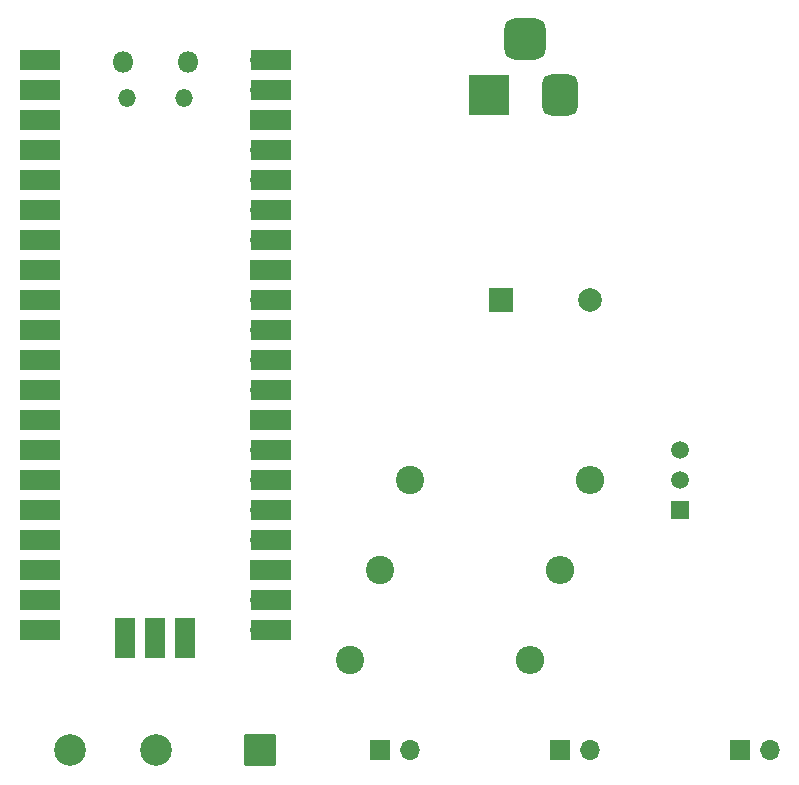
<source format=gbr>
%TF.GenerationSoftware,KiCad,Pcbnew,7.0.10-7.0.10~ubuntu22.04.1*%
%TF.CreationDate,2024-03-31T22:48:29-03:00*%
%TF.ProjectId,SweetSafe,53776565-7453-4616-9665-2e6b69636164,rev?*%
%TF.SameCoordinates,Original*%
%TF.FileFunction,Soldermask,Top*%
%TF.FilePolarity,Negative*%
%FSLAX46Y46*%
G04 Gerber Fmt 4.6, Leading zero omitted, Abs format (unit mm)*
G04 Created by KiCad (PCBNEW 7.0.10-7.0.10~ubuntu22.04.1) date 2024-03-31 22:48:29*
%MOMM*%
%LPD*%
G01*
G04 APERTURE LIST*
G04 Aperture macros list*
%AMRoundRect*
0 Rectangle with rounded corners*
0 $1 Rounding radius*
0 $2 $3 $4 $5 $6 $7 $8 $9 X,Y pos of 4 corners*
0 Add a 4 corners polygon primitive as box body*
4,1,4,$2,$3,$4,$5,$6,$7,$8,$9,$2,$3,0*
0 Add four circle primitives for the rounded corners*
1,1,$1+$1,$2,$3*
1,1,$1+$1,$4,$5*
1,1,$1+$1,$6,$7*
1,1,$1+$1,$8,$9*
0 Add four rect primitives between the rounded corners*
20,1,$1+$1,$2,$3,$4,$5,0*
20,1,$1+$1,$4,$5,$6,$7,0*
20,1,$1+$1,$6,$7,$8,$9,0*
20,1,$1+$1,$8,$9,$2,$3,0*%
G04 Aperture macros list end*
%ADD10RoundRect,0.102000X1.237500X1.237500X-1.237500X1.237500X-1.237500X-1.237500X1.237500X-1.237500X0*%
%ADD11C,2.679000*%
%ADD12C,2.400000*%
%ADD13O,2.400000X2.400000*%
%ADD14R,2.000000X2.000000*%
%ADD15C,2.000000*%
%ADD16R,1.500000X1.500000*%
%ADD17C,1.500000*%
%ADD18O,1.800000X1.800000*%
%ADD19O,1.500000X1.500000*%
%ADD20O,1.700000X1.700000*%
%ADD21R,3.500000X1.700000*%
%ADD22R,1.700000X1.700000*%
%ADD23R,1.700000X3.500000*%
%ADD24R,3.500000X3.500000*%
%ADD25RoundRect,0.750000X0.750000X1.000000X-0.750000X1.000000X-0.750000X-1.000000X0.750000X-1.000000X0*%
%ADD26RoundRect,0.875000X0.875000X0.875000X-0.875000X0.875000X-0.875000X-0.875000X0.875000X-0.875000X0*%
G04 APERTURE END LIST*
D10*
%TO.C,SW1*%
X66040000Y-114300000D03*
D11*
X49940000Y-114300000D03*
X57240000Y-114300000D03*
%TD*%
D12*
%TO.C,R1*%
X73660000Y-106680000D03*
D13*
X88900000Y-106680000D03*
%TD*%
D14*
%TO.C,BZ1*%
X86380000Y-76200000D03*
D15*
X93980000Y-76200000D03*
%TD*%
D16*
%TO.C,Q1*%
X101600000Y-93980000D03*
D17*
X101600000Y-91440000D03*
X101600000Y-88900000D03*
%TD*%
D12*
%TO.C,R3*%
X78740000Y-91440000D03*
D13*
X93980000Y-91440000D03*
%TD*%
D18*
%TO.C,U1*%
X54425000Y-56010000D03*
D19*
X54725000Y-59040000D03*
X59575000Y-59040000D03*
D18*
X59875000Y-56010000D03*
D20*
X48260000Y-55880000D03*
D21*
X47360000Y-55880000D03*
D20*
X48260000Y-58420000D03*
D21*
X47360000Y-58420000D03*
D22*
X48260000Y-60960000D03*
D21*
X47360000Y-60960000D03*
D20*
X48260000Y-63500000D03*
D21*
X47360000Y-63500000D03*
D20*
X48260000Y-66040000D03*
D21*
X47360000Y-66040000D03*
D20*
X48260000Y-68580000D03*
D21*
X47360000Y-68580000D03*
D20*
X48260000Y-71120000D03*
D21*
X47360000Y-71120000D03*
D22*
X48260000Y-73660000D03*
D21*
X47360000Y-73660000D03*
D20*
X48260000Y-76200000D03*
D21*
X47360000Y-76200000D03*
D20*
X48260000Y-78740000D03*
D21*
X47360000Y-78740000D03*
D20*
X48260000Y-81280000D03*
D21*
X47360000Y-81280000D03*
D20*
X48260000Y-83820000D03*
D21*
X47360000Y-83820000D03*
D22*
X48260000Y-86360000D03*
D21*
X47360000Y-86360000D03*
D20*
X48260000Y-88900000D03*
D21*
X47360000Y-88900000D03*
D20*
X48260000Y-91440000D03*
D21*
X47360000Y-91440000D03*
D20*
X48260000Y-93980000D03*
D21*
X47360000Y-93980000D03*
D20*
X48260000Y-96520000D03*
D21*
X47360000Y-96520000D03*
D22*
X48260000Y-99060000D03*
D21*
X47360000Y-99060000D03*
D20*
X48260000Y-101600000D03*
D21*
X47360000Y-101600000D03*
D20*
X48260000Y-104140000D03*
D21*
X47360000Y-104140000D03*
D20*
X66040000Y-104140000D03*
D21*
X66940000Y-104140000D03*
D20*
X66040000Y-101600000D03*
D21*
X66940000Y-101600000D03*
D22*
X66040000Y-99060000D03*
D21*
X66940000Y-99060000D03*
D20*
X66040000Y-96520000D03*
D21*
X66940000Y-96520000D03*
D20*
X66040000Y-93980000D03*
D21*
X66940000Y-93980000D03*
D20*
X66040000Y-91440000D03*
D21*
X66940000Y-91440000D03*
D20*
X66040000Y-88900000D03*
D21*
X66940000Y-88900000D03*
D22*
X66040000Y-86360000D03*
D21*
X66940000Y-86360000D03*
D20*
X66040000Y-83820000D03*
D21*
X66940000Y-83820000D03*
D20*
X66040000Y-81280000D03*
D21*
X66940000Y-81280000D03*
D20*
X66040000Y-78740000D03*
D21*
X66940000Y-78740000D03*
D20*
X66040000Y-76200000D03*
D21*
X66940000Y-76200000D03*
D22*
X66040000Y-73660000D03*
D21*
X66940000Y-73660000D03*
D20*
X66040000Y-71120000D03*
D21*
X66940000Y-71120000D03*
D20*
X66040000Y-68580000D03*
D21*
X66940000Y-68580000D03*
D20*
X66040000Y-66040000D03*
D21*
X66940000Y-66040000D03*
D20*
X66040000Y-63500000D03*
D21*
X66940000Y-63500000D03*
D22*
X66040000Y-60960000D03*
D21*
X66940000Y-60960000D03*
D20*
X66040000Y-58420000D03*
D21*
X66940000Y-58420000D03*
D20*
X66040000Y-55880000D03*
D21*
X66940000Y-55880000D03*
D20*
X54610000Y-103910000D03*
D23*
X54610000Y-104810000D03*
D22*
X57150000Y-103910000D03*
D23*
X57150000Y-104810000D03*
D20*
X59690000Y-103910000D03*
D23*
X59690000Y-104810000D03*
%TD*%
D24*
%TO.C,J1*%
X85440000Y-58800000D03*
D25*
X91440000Y-58800000D03*
D26*
X88440000Y-54100000D03*
%TD*%
D22*
%TO.C,Electromagnet+*%
X106680000Y-114300000D03*
D20*
X109220000Y-114300000D03*
%TD*%
D12*
%TO.C,R2*%
X76200000Y-99060000D03*
D13*
X91440000Y-99060000D03*
%TD*%
D22*
%TO.C,GreenLed+*%
X76200000Y-114300000D03*
D20*
X78740000Y-114300000D03*
%TD*%
D22*
%TO.C,RedLed+*%
X91440000Y-114300000D03*
D20*
X93980000Y-114300000D03*
%TD*%
M02*

</source>
